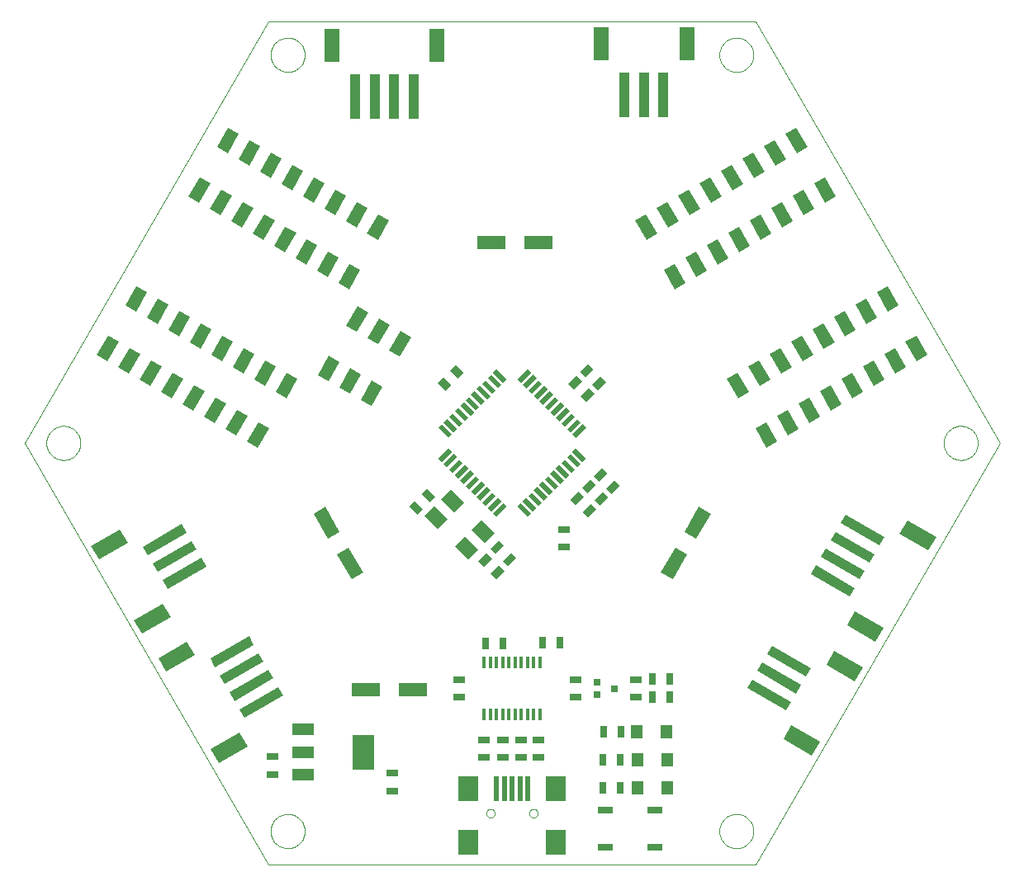
<source format=gtp>
G75*
%MOIN*%
%OFA0B0*%
%FSLAX24Y24*%
%IPPOS*%
%LPD*%
%AMOC8*
5,1,8,0,0,1.08239X$1,22.5*
%
%ADD10C,0.0000*%
%ADD11R,0.0394X0.1811*%
%ADD12R,0.0630X0.1339*%
%ADD13R,0.1339X0.0630*%
%ADD14R,0.1181X0.0551*%
%ADD15R,0.0315X0.0472*%
%ADD16R,0.0748X0.0551*%
%ADD17R,0.0906X0.0500*%
%ADD18R,0.0600X0.0300*%
%ADD19R,0.0472X0.0315*%
%ADD20R,0.0197X0.0984*%
%ADD21R,0.0787X0.0984*%
%ADD22R,0.0150X0.0450*%
%ADD23R,0.0276X0.0276*%
%ADD24R,0.0472X0.0551*%
%ADD25R,0.0200X0.0580*%
%ADD26R,0.0880X0.0480*%
%ADD27R,0.0866X0.1417*%
D10*
X009993Y000744D02*
X000150Y017792D01*
X009993Y034839D01*
X029678Y034839D01*
X039520Y017792D01*
X029678Y000744D01*
X009993Y000744D01*
X010091Y002108D02*
X010093Y002160D01*
X010099Y002212D01*
X010109Y002263D01*
X010122Y002313D01*
X010140Y002363D01*
X010161Y002410D01*
X010185Y002456D01*
X010214Y002500D01*
X010245Y002542D01*
X010279Y002581D01*
X010316Y002618D01*
X010356Y002651D01*
X010399Y002682D01*
X010443Y002709D01*
X010489Y002733D01*
X010538Y002753D01*
X010587Y002769D01*
X010638Y002782D01*
X010689Y002791D01*
X010741Y002796D01*
X010793Y002797D01*
X010845Y002794D01*
X010897Y002787D01*
X010948Y002776D01*
X010998Y002762D01*
X011047Y002743D01*
X011094Y002721D01*
X011139Y002696D01*
X011183Y002667D01*
X011224Y002635D01*
X011263Y002600D01*
X011298Y002562D01*
X011331Y002521D01*
X011361Y002479D01*
X011387Y002434D01*
X011410Y002387D01*
X011429Y002338D01*
X011445Y002288D01*
X011457Y002238D01*
X011465Y002186D01*
X011469Y002134D01*
X011469Y002082D01*
X011465Y002030D01*
X011457Y001978D01*
X011445Y001928D01*
X011429Y001878D01*
X011410Y001829D01*
X011387Y001782D01*
X011361Y001737D01*
X011331Y001695D01*
X011298Y001654D01*
X011263Y001616D01*
X011224Y001581D01*
X011183Y001549D01*
X011139Y001520D01*
X011094Y001495D01*
X011047Y001473D01*
X010998Y001454D01*
X010948Y001440D01*
X010897Y001429D01*
X010845Y001422D01*
X010793Y001419D01*
X010741Y001420D01*
X010689Y001425D01*
X010638Y001434D01*
X010587Y001447D01*
X010538Y001463D01*
X010489Y001483D01*
X010443Y001507D01*
X010399Y001534D01*
X010356Y001565D01*
X010316Y001598D01*
X010279Y001635D01*
X010245Y001674D01*
X010214Y001716D01*
X010185Y001760D01*
X010161Y001806D01*
X010140Y001853D01*
X010122Y001903D01*
X010109Y001953D01*
X010099Y002004D01*
X010093Y002056D01*
X010091Y002108D01*
X018792Y002831D02*
X018794Y002857D01*
X018800Y002883D01*
X018810Y002908D01*
X018823Y002931D01*
X018839Y002951D01*
X018859Y002969D01*
X018881Y002984D01*
X018904Y002996D01*
X018930Y003004D01*
X018956Y003008D01*
X018982Y003008D01*
X019008Y003004D01*
X019034Y002996D01*
X019058Y002984D01*
X019079Y002969D01*
X019099Y002951D01*
X019115Y002931D01*
X019128Y002908D01*
X019138Y002883D01*
X019144Y002857D01*
X019146Y002831D01*
X019144Y002805D01*
X019138Y002779D01*
X019128Y002754D01*
X019115Y002731D01*
X019099Y002711D01*
X019079Y002693D01*
X019057Y002678D01*
X019034Y002666D01*
X019008Y002658D01*
X018982Y002654D01*
X018956Y002654D01*
X018930Y002658D01*
X018904Y002666D01*
X018880Y002678D01*
X018859Y002693D01*
X018839Y002711D01*
X018823Y002731D01*
X018810Y002754D01*
X018800Y002779D01*
X018794Y002805D01*
X018792Y002831D01*
X020524Y002831D02*
X020526Y002857D01*
X020532Y002883D01*
X020542Y002908D01*
X020555Y002931D01*
X020571Y002951D01*
X020591Y002969D01*
X020613Y002984D01*
X020636Y002996D01*
X020662Y003004D01*
X020688Y003008D01*
X020714Y003008D01*
X020740Y003004D01*
X020766Y002996D01*
X020790Y002984D01*
X020811Y002969D01*
X020831Y002951D01*
X020847Y002931D01*
X020860Y002908D01*
X020870Y002883D01*
X020876Y002857D01*
X020878Y002831D01*
X020876Y002805D01*
X020870Y002779D01*
X020860Y002754D01*
X020847Y002731D01*
X020831Y002711D01*
X020811Y002693D01*
X020789Y002678D01*
X020766Y002666D01*
X020740Y002658D01*
X020714Y002654D01*
X020688Y002654D01*
X020662Y002658D01*
X020636Y002666D01*
X020612Y002678D01*
X020591Y002693D01*
X020571Y002711D01*
X020555Y002731D01*
X020542Y002754D01*
X020532Y002779D01*
X020526Y002805D01*
X020524Y002831D01*
X028201Y002108D02*
X028203Y002160D01*
X028209Y002212D01*
X028219Y002263D01*
X028232Y002313D01*
X028250Y002363D01*
X028271Y002410D01*
X028295Y002456D01*
X028324Y002500D01*
X028355Y002542D01*
X028389Y002581D01*
X028426Y002618D01*
X028466Y002651D01*
X028509Y002682D01*
X028553Y002709D01*
X028599Y002733D01*
X028648Y002753D01*
X028697Y002769D01*
X028748Y002782D01*
X028799Y002791D01*
X028851Y002796D01*
X028903Y002797D01*
X028955Y002794D01*
X029007Y002787D01*
X029058Y002776D01*
X029108Y002762D01*
X029157Y002743D01*
X029204Y002721D01*
X029249Y002696D01*
X029293Y002667D01*
X029334Y002635D01*
X029373Y002600D01*
X029408Y002562D01*
X029441Y002521D01*
X029471Y002479D01*
X029497Y002434D01*
X029520Y002387D01*
X029539Y002338D01*
X029555Y002288D01*
X029567Y002238D01*
X029575Y002186D01*
X029579Y002134D01*
X029579Y002082D01*
X029575Y002030D01*
X029567Y001978D01*
X029555Y001928D01*
X029539Y001878D01*
X029520Y001829D01*
X029497Y001782D01*
X029471Y001737D01*
X029441Y001695D01*
X029408Y001654D01*
X029373Y001616D01*
X029334Y001581D01*
X029293Y001549D01*
X029249Y001520D01*
X029204Y001495D01*
X029157Y001473D01*
X029108Y001454D01*
X029058Y001440D01*
X029007Y001429D01*
X028955Y001422D01*
X028903Y001419D01*
X028851Y001420D01*
X028799Y001425D01*
X028748Y001434D01*
X028697Y001447D01*
X028648Y001463D01*
X028599Y001483D01*
X028553Y001507D01*
X028509Y001534D01*
X028466Y001565D01*
X028426Y001598D01*
X028389Y001635D01*
X028355Y001674D01*
X028324Y001716D01*
X028295Y001760D01*
X028271Y001806D01*
X028250Y001853D01*
X028232Y001903D01*
X028219Y001953D01*
X028209Y002004D01*
X028203Y002056D01*
X028201Y002108D01*
X037256Y017792D02*
X037258Y017844D01*
X037264Y017896D01*
X037274Y017947D01*
X037287Y017997D01*
X037305Y018047D01*
X037326Y018094D01*
X037350Y018140D01*
X037379Y018184D01*
X037410Y018226D01*
X037444Y018265D01*
X037481Y018302D01*
X037521Y018335D01*
X037564Y018366D01*
X037608Y018393D01*
X037654Y018417D01*
X037703Y018437D01*
X037752Y018453D01*
X037803Y018466D01*
X037854Y018475D01*
X037906Y018480D01*
X037958Y018481D01*
X038010Y018478D01*
X038062Y018471D01*
X038113Y018460D01*
X038163Y018446D01*
X038212Y018427D01*
X038259Y018405D01*
X038304Y018380D01*
X038348Y018351D01*
X038389Y018319D01*
X038428Y018284D01*
X038463Y018246D01*
X038496Y018205D01*
X038526Y018163D01*
X038552Y018118D01*
X038575Y018071D01*
X038594Y018022D01*
X038610Y017972D01*
X038622Y017922D01*
X038630Y017870D01*
X038634Y017818D01*
X038634Y017766D01*
X038630Y017714D01*
X038622Y017662D01*
X038610Y017612D01*
X038594Y017562D01*
X038575Y017513D01*
X038552Y017466D01*
X038526Y017421D01*
X038496Y017379D01*
X038463Y017338D01*
X038428Y017300D01*
X038389Y017265D01*
X038348Y017233D01*
X038304Y017204D01*
X038259Y017179D01*
X038212Y017157D01*
X038163Y017138D01*
X038113Y017124D01*
X038062Y017113D01*
X038010Y017106D01*
X037958Y017103D01*
X037906Y017104D01*
X037854Y017109D01*
X037803Y017118D01*
X037752Y017131D01*
X037703Y017147D01*
X037654Y017167D01*
X037608Y017191D01*
X037564Y017218D01*
X037521Y017249D01*
X037481Y017282D01*
X037444Y017319D01*
X037410Y017358D01*
X037379Y017400D01*
X037350Y017444D01*
X037326Y017490D01*
X037305Y017537D01*
X037287Y017587D01*
X037274Y017637D01*
X037264Y017688D01*
X037258Y017740D01*
X037256Y017792D01*
X028201Y033476D02*
X028203Y033528D01*
X028209Y033580D01*
X028219Y033631D01*
X028232Y033681D01*
X028250Y033731D01*
X028271Y033778D01*
X028295Y033824D01*
X028324Y033868D01*
X028355Y033910D01*
X028389Y033949D01*
X028426Y033986D01*
X028466Y034019D01*
X028509Y034050D01*
X028553Y034077D01*
X028599Y034101D01*
X028648Y034121D01*
X028697Y034137D01*
X028748Y034150D01*
X028799Y034159D01*
X028851Y034164D01*
X028903Y034165D01*
X028955Y034162D01*
X029007Y034155D01*
X029058Y034144D01*
X029108Y034130D01*
X029157Y034111D01*
X029204Y034089D01*
X029249Y034064D01*
X029293Y034035D01*
X029334Y034003D01*
X029373Y033968D01*
X029408Y033930D01*
X029441Y033889D01*
X029471Y033847D01*
X029497Y033802D01*
X029520Y033755D01*
X029539Y033706D01*
X029555Y033656D01*
X029567Y033606D01*
X029575Y033554D01*
X029579Y033502D01*
X029579Y033450D01*
X029575Y033398D01*
X029567Y033346D01*
X029555Y033296D01*
X029539Y033246D01*
X029520Y033197D01*
X029497Y033150D01*
X029471Y033105D01*
X029441Y033063D01*
X029408Y033022D01*
X029373Y032984D01*
X029334Y032949D01*
X029293Y032917D01*
X029249Y032888D01*
X029204Y032863D01*
X029157Y032841D01*
X029108Y032822D01*
X029058Y032808D01*
X029007Y032797D01*
X028955Y032790D01*
X028903Y032787D01*
X028851Y032788D01*
X028799Y032793D01*
X028748Y032802D01*
X028697Y032815D01*
X028648Y032831D01*
X028599Y032851D01*
X028553Y032875D01*
X028509Y032902D01*
X028466Y032933D01*
X028426Y032966D01*
X028389Y033003D01*
X028355Y033042D01*
X028324Y033084D01*
X028295Y033128D01*
X028271Y033174D01*
X028250Y033221D01*
X028232Y033271D01*
X028219Y033321D01*
X028209Y033372D01*
X028203Y033424D01*
X028201Y033476D01*
X010091Y033476D02*
X010093Y033528D01*
X010099Y033580D01*
X010109Y033631D01*
X010122Y033681D01*
X010140Y033731D01*
X010161Y033778D01*
X010185Y033824D01*
X010214Y033868D01*
X010245Y033910D01*
X010279Y033949D01*
X010316Y033986D01*
X010356Y034019D01*
X010399Y034050D01*
X010443Y034077D01*
X010489Y034101D01*
X010538Y034121D01*
X010587Y034137D01*
X010638Y034150D01*
X010689Y034159D01*
X010741Y034164D01*
X010793Y034165D01*
X010845Y034162D01*
X010897Y034155D01*
X010948Y034144D01*
X010998Y034130D01*
X011047Y034111D01*
X011094Y034089D01*
X011139Y034064D01*
X011183Y034035D01*
X011224Y034003D01*
X011263Y033968D01*
X011298Y033930D01*
X011331Y033889D01*
X011361Y033847D01*
X011387Y033802D01*
X011410Y033755D01*
X011429Y033706D01*
X011445Y033656D01*
X011457Y033606D01*
X011465Y033554D01*
X011469Y033502D01*
X011469Y033450D01*
X011465Y033398D01*
X011457Y033346D01*
X011445Y033296D01*
X011429Y033246D01*
X011410Y033197D01*
X011387Y033150D01*
X011361Y033105D01*
X011331Y033063D01*
X011298Y033022D01*
X011263Y032984D01*
X011224Y032949D01*
X011183Y032917D01*
X011139Y032888D01*
X011094Y032863D01*
X011047Y032841D01*
X010998Y032822D01*
X010948Y032808D01*
X010897Y032797D01*
X010845Y032790D01*
X010793Y032787D01*
X010741Y032788D01*
X010689Y032793D01*
X010638Y032802D01*
X010587Y032815D01*
X010538Y032831D01*
X010489Y032851D01*
X010443Y032875D01*
X010399Y032902D01*
X010356Y032933D01*
X010316Y032966D01*
X010279Y033003D01*
X010245Y033042D01*
X010214Y033084D01*
X010185Y033128D01*
X010161Y033174D01*
X010140Y033221D01*
X010122Y033271D01*
X010109Y033321D01*
X010099Y033372D01*
X010093Y033424D01*
X010091Y033476D01*
X001036Y017792D02*
X001038Y017844D01*
X001044Y017896D01*
X001054Y017947D01*
X001067Y017997D01*
X001085Y018047D01*
X001106Y018094D01*
X001130Y018140D01*
X001159Y018184D01*
X001190Y018226D01*
X001224Y018265D01*
X001261Y018302D01*
X001301Y018335D01*
X001344Y018366D01*
X001388Y018393D01*
X001434Y018417D01*
X001483Y018437D01*
X001532Y018453D01*
X001583Y018466D01*
X001634Y018475D01*
X001686Y018480D01*
X001738Y018481D01*
X001790Y018478D01*
X001842Y018471D01*
X001893Y018460D01*
X001943Y018446D01*
X001992Y018427D01*
X002039Y018405D01*
X002084Y018380D01*
X002128Y018351D01*
X002169Y018319D01*
X002208Y018284D01*
X002243Y018246D01*
X002276Y018205D01*
X002306Y018163D01*
X002332Y018118D01*
X002355Y018071D01*
X002374Y018022D01*
X002390Y017972D01*
X002402Y017922D01*
X002410Y017870D01*
X002414Y017818D01*
X002414Y017766D01*
X002410Y017714D01*
X002402Y017662D01*
X002390Y017612D01*
X002374Y017562D01*
X002355Y017513D01*
X002332Y017466D01*
X002306Y017421D01*
X002276Y017379D01*
X002243Y017338D01*
X002208Y017300D01*
X002169Y017265D01*
X002128Y017233D01*
X002084Y017204D01*
X002039Y017179D01*
X001992Y017157D01*
X001943Y017138D01*
X001893Y017124D01*
X001842Y017113D01*
X001790Y017106D01*
X001738Y017103D01*
X001686Y017104D01*
X001634Y017109D01*
X001583Y017118D01*
X001532Y017131D01*
X001483Y017147D01*
X001434Y017167D01*
X001388Y017191D01*
X001344Y017218D01*
X001301Y017249D01*
X001261Y017282D01*
X001224Y017319D01*
X001190Y017358D01*
X001159Y017400D01*
X001130Y017444D01*
X001106Y017490D01*
X001085Y017537D01*
X001067Y017587D01*
X001054Y017637D01*
X001044Y017688D01*
X001038Y017740D01*
X001036Y017792D01*
D11*
G36*
X006512Y014511D02*
X006709Y014169D01*
X005142Y013265D01*
X004945Y013607D01*
X006512Y014511D01*
G37*
G36*
X006906Y013830D02*
X007103Y013488D01*
X005536Y012584D01*
X005339Y012926D01*
X006906Y013830D01*
G37*
G36*
X007299Y013148D02*
X007496Y012806D01*
X005929Y011902D01*
X005732Y012244D01*
X007299Y013148D01*
G37*
G36*
X009217Y009982D02*
X009414Y009640D01*
X007847Y008736D01*
X007650Y009078D01*
X009217Y009982D01*
G37*
G36*
X009611Y009301D02*
X009808Y008959D01*
X008241Y008055D01*
X008044Y008397D01*
X009611Y009301D01*
G37*
G36*
X010005Y008619D02*
X010202Y008277D01*
X008635Y007373D01*
X008438Y007715D01*
X010005Y008619D01*
G37*
G36*
X010399Y007937D02*
X010596Y007595D01*
X009029Y006691D01*
X008832Y007033D01*
X010399Y007937D01*
G37*
G36*
X029338Y007893D02*
X029535Y008235D01*
X031102Y007331D01*
X030905Y006989D01*
X029338Y007893D01*
G37*
G36*
X029731Y008575D02*
X029928Y008917D01*
X031495Y008013D01*
X031298Y007671D01*
X029731Y008575D01*
G37*
G36*
X030125Y009257D02*
X030322Y009599D01*
X031889Y008695D01*
X031692Y008353D01*
X030125Y009257D01*
G37*
G36*
X031907Y012501D02*
X032104Y012843D01*
X033671Y011939D01*
X033474Y011597D01*
X031907Y012501D01*
G37*
G36*
X032301Y013183D02*
X032498Y013525D01*
X034065Y012621D01*
X033868Y012279D01*
X032301Y013183D01*
G37*
G36*
X032694Y013864D02*
X032891Y014206D01*
X034458Y013302D01*
X034261Y012960D01*
X032694Y013864D01*
G37*
G36*
X033088Y014546D02*
X033285Y014888D01*
X034852Y013984D01*
X034655Y013642D01*
X033088Y014546D01*
G37*
X015859Y031796D03*
X015071Y031796D03*
X014284Y031796D03*
X013496Y031796D03*
X024367Y031874D03*
X025154Y031874D03*
X025941Y031874D03*
D12*
X026886Y033922D03*
X023422Y033922D03*
X016804Y033843D03*
X012552Y033843D03*
D13*
G36*
X007677Y005411D02*
X008834Y006079D01*
X009149Y005533D01*
X007992Y004865D01*
X007677Y005411D01*
G37*
G36*
X005551Y009093D02*
X006708Y009761D01*
X007023Y009215D01*
X005866Y008547D01*
X005551Y009093D01*
G37*
G36*
X004578Y010622D02*
X005735Y011290D01*
X006050Y010744D01*
X004893Y010076D01*
X004578Y010622D01*
G37*
G36*
X002845Y013622D02*
X004002Y014290D01*
X004317Y013744D01*
X003160Y013076D01*
X002845Y013622D01*
G37*
G36*
X031941Y005163D02*
X030784Y005831D01*
X031099Y006377D01*
X032256Y005709D01*
X031941Y005163D01*
G37*
G36*
X033673Y008163D02*
X032516Y008831D01*
X032831Y009377D01*
X033988Y008709D01*
X033673Y008163D01*
G37*
G36*
X034510Y009771D02*
X033353Y010439D01*
X033668Y010985D01*
X034825Y010317D01*
X034510Y009771D01*
G37*
G36*
X036636Y013453D02*
X035479Y014121D01*
X035794Y014667D01*
X036951Y013999D01*
X036636Y013453D01*
G37*
D14*
G36*
X027854Y014934D02*
X027265Y013913D01*
X026788Y014188D01*
X027377Y015209D01*
X027854Y014934D01*
G37*
G36*
X026909Y013297D02*
X026320Y012276D01*
X025843Y012551D01*
X026432Y013572D01*
X026909Y013297D01*
G37*
X015819Y007831D03*
X013930Y007831D03*
G36*
X013350Y012276D02*
X012761Y013297D01*
X013238Y013572D01*
X013827Y012551D01*
X013350Y012276D01*
G37*
G36*
X012405Y013913D02*
X011816Y014934D01*
X012293Y015209D01*
X012882Y014188D01*
X012405Y013913D01*
G37*
X019008Y025891D03*
X020898Y025891D03*
D15*
G36*
X022797Y020442D02*
X022575Y020664D01*
X022907Y020996D01*
X023129Y020774D01*
X022797Y020442D01*
G37*
G36*
X022325Y019970D02*
X022103Y020192D01*
X022435Y020524D01*
X022657Y020302D01*
X022325Y019970D01*
G37*
G36*
X022826Y019469D02*
X022604Y019691D01*
X022936Y020023D01*
X023158Y019801D01*
X022826Y019469D01*
G37*
G36*
X023298Y019941D02*
X023076Y020163D01*
X023408Y020495D01*
X023630Y020273D01*
X023298Y019941D01*
G37*
G36*
X023348Y016230D02*
X023126Y016452D01*
X023458Y016784D01*
X023680Y016562D01*
X023348Y016230D01*
G37*
G36*
X022876Y015757D02*
X022654Y015979D01*
X022986Y016311D01*
X023208Y016089D01*
X022876Y015757D01*
G37*
G36*
X022514Y015839D02*
X022736Y015617D01*
X022404Y015285D01*
X022182Y015507D01*
X022514Y015839D01*
G37*
G36*
X023015Y015338D02*
X023237Y015116D01*
X022905Y014784D01*
X022683Y015006D01*
X023015Y015338D01*
G37*
G36*
X023377Y015256D02*
X023155Y015478D01*
X023487Y015810D01*
X023709Y015588D01*
X023377Y015256D01*
G37*
G36*
X023849Y015729D02*
X023627Y015951D01*
X023959Y016283D01*
X024181Y016061D01*
X023849Y015729D01*
G37*
G36*
X019676Y012815D02*
X019454Y013037D01*
X019786Y013369D01*
X020008Y013147D01*
X019676Y012815D01*
G37*
G36*
X019204Y012304D02*
X018982Y012526D01*
X019314Y012858D01*
X019536Y012636D01*
X019204Y012304D01*
G37*
G36*
X018703Y012805D02*
X018481Y013027D01*
X018813Y013359D01*
X019035Y013137D01*
X018703Y012805D01*
G37*
G36*
X019175Y013316D02*
X018953Y013538D01*
X019285Y013870D01*
X019507Y013648D01*
X019175Y013316D01*
G37*
G36*
X016741Y015625D02*
X016519Y015403D01*
X016187Y015735D01*
X016409Y015957D01*
X016741Y015625D01*
G37*
G36*
X016239Y015124D02*
X016017Y014902D01*
X015685Y015234D01*
X015907Y015456D01*
X016239Y015124D01*
G37*
G36*
X016827Y020234D02*
X017049Y020456D01*
X017381Y020124D01*
X017159Y019902D01*
X016827Y020234D01*
G37*
G36*
X017328Y020735D02*
X017550Y020957D01*
X017882Y020625D01*
X017660Y020403D01*
X017328Y020735D01*
G37*
X018772Y009681D03*
X019481Y009681D03*
X021056Y009721D03*
X021764Y009721D03*
X023536Y006138D03*
X024244Y006138D03*
X024205Y004996D03*
X023496Y004996D03*
X023496Y003855D03*
X024205Y003855D03*
X025504Y007530D03*
X026213Y007530D03*
X026213Y008264D03*
X025504Y008264D03*
D16*
G36*
X018730Y013771D02*
X018202Y014299D01*
X018590Y014687D01*
X019118Y014159D01*
X018730Y013771D01*
G37*
G36*
X018062Y013103D02*
X017534Y013631D01*
X017922Y014019D01*
X018450Y013491D01*
X018062Y013103D01*
G37*
G36*
X016837Y014328D02*
X016309Y014856D01*
X016697Y015244D01*
X017225Y014716D01*
X016837Y014328D01*
G37*
G36*
X017505Y014996D02*
X016977Y015524D01*
X017365Y015912D01*
X017893Y015384D01*
X017505Y014996D01*
G37*
D17*
G36*
X014604Y020064D02*
X014152Y019280D01*
X013718Y019530D01*
X014170Y020314D01*
X014604Y020064D01*
G37*
G36*
X013738Y020564D02*
X013286Y019780D01*
X012852Y020030D01*
X013304Y020814D01*
X013738Y020564D01*
G37*
G36*
X012872Y021064D02*
X012420Y020280D01*
X011986Y020530D01*
X012438Y021314D01*
X012872Y021064D01*
G37*
G36*
X014892Y022562D02*
X014440Y021778D01*
X014006Y022028D01*
X014458Y022812D01*
X014892Y022562D01*
G37*
G36*
X015758Y022062D02*
X015306Y021278D01*
X014872Y021528D01*
X015324Y022312D01*
X015758Y022062D01*
G37*
G36*
X014026Y023062D02*
X013574Y022278D01*
X013140Y022528D01*
X013592Y023312D01*
X014026Y023062D01*
G37*
G36*
X013714Y024785D02*
X013262Y024001D01*
X012828Y024251D01*
X013280Y025035D01*
X013714Y024785D01*
G37*
G36*
X012848Y025285D02*
X012396Y024501D01*
X011962Y024751D01*
X012414Y025535D01*
X012848Y025285D01*
G37*
G36*
X011982Y025785D02*
X011530Y025001D01*
X011096Y025251D01*
X011548Y026035D01*
X011982Y025785D01*
G37*
G36*
X011116Y026285D02*
X010664Y025501D01*
X010230Y025751D01*
X010682Y026535D01*
X011116Y026285D01*
G37*
G36*
X010250Y026785D02*
X009798Y026001D01*
X009364Y026251D01*
X009816Y027035D01*
X010250Y026785D01*
G37*
G36*
X009384Y027285D02*
X008932Y026501D01*
X008498Y026751D01*
X008950Y027535D01*
X009384Y027285D01*
G37*
G36*
X008518Y027785D02*
X008066Y027001D01*
X007632Y027251D01*
X008084Y028035D01*
X008518Y027785D01*
G37*
G36*
X007652Y028285D02*
X007200Y027501D01*
X006766Y027751D01*
X007218Y028535D01*
X007652Y028285D01*
G37*
G36*
X009672Y029783D02*
X009220Y028999D01*
X008786Y029249D01*
X009238Y030033D01*
X009672Y029783D01*
G37*
G36*
X010538Y029283D02*
X010086Y028499D01*
X009652Y028749D01*
X010104Y029533D01*
X010538Y029283D01*
G37*
G36*
X011404Y028783D02*
X010952Y027999D01*
X010518Y028249D01*
X010970Y029033D01*
X011404Y028783D01*
G37*
G36*
X012270Y028283D02*
X011818Y027499D01*
X011384Y027749D01*
X011836Y028533D01*
X012270Y028283D01*
G37*
G36*
X013136Y027783D02*
X012684Y026999D01*
X012250Y027249D01*
X012702Y028033D01*
X013136Y027783D01*
G37*
G36*
X014002Y027283D02*
X013550Y026499D01*
X013116Y026749D01*
X013568Y027533D01*
X014002Y027283D01*
G37*
G36*
X014868Y026783D02*
X014416Y025999D01*
X013982Y026249D01*
X014434Y027033D01*
X014868Y026783D01*
G37*
G36*
X008806Y030283D02*
X008354Y029499D01*
X007920Y029749D01*
X008372Y030533D01*
X008806Y030283D01*
G37*
G36*
X005109Y023880D02*
X004657Y023096D01*
X004223Y023346D01*
X004675Y024130D01*
X005109Y023880D01*
G37*
G36*
X005975Y023380D02*
X005523Y022596D01*
X005089Y022846D01*
X005541Y023630D01*
X005975Y023380D01*
G37*
G36*
X006841Y022880D02*
X006389Y022096D01*
X005955Y022346D01*
X006407Y023130D01*
X006841Y022880D01*
G37*
G36*
X007707Y022380D02*
X007255Y021596D01*
X006821Y021846D01*
X007273Y022630D01*
X007707Y022380D01*
G37*
G36*
X008573Y021880D02*
X008121Y021096D01*
X007687Y021346D01*
X008139Y022130D01*
X008573Y021880D01*
G37*
G36*
X009439Y021380D02*
X008987Y020596D01*
X008553Y020846D01*
X009005Y021630D01*
X009439Y021380D01*
G37*
G36*
X010305Y020880D02*
X009853Y020096D01*
X009419Y020346D01*
X009871Y021130D01*
X010305Y020880D01*
G37*
G36*
X011171Y020380D02*
X010719Y019596D01*
X010285Y019846D01*
X010737Y020630D01*
X011171Y020380D01*
G37*
G36*
X010017Y018382D02*
X009565Y017598D01*
X009131Y017848D01*
X009583Y018632D01*
X010017Y018382D01*
G37*
G36*
X009151Y018882D02*
X008699Y018098D01*
X008265Y018348D01*
X008717Y019132D01*
X009151Y018882D01*
G37*
G36*
X008285Y019382D02*
X007833Y018598D01*
X007399Y018848D01*
X007851Y019632D01*
X008285Y019382D01*
G37*
G36*
X007419Y019882D02*
X006967Y019098D01*
X006533Y019348D01*
X006985Y020132D01*
X007419Y019882D01*
G37*
G36*
X006553Y020382D02*
X006101Y019598D01*
X005667Y019848D01*
X006119Y020632D01*
X006553Y020382D01*
G37*
G36*
X005687Y020882D02*
X005235Y020098D01*
X004801Y020348D01*
X005253Y021132D01*
X005687Y020882D01*
G37*
G36*
X004821Y021382D02*
X004369Y020598D01*
X003935Y020848D01*
X004387Y021632D01*
X004821Y021382D01*
G37*
G36*
X003955Y021882D02*
X003503Y021098D01*
X003069Y021348D01*
X003521Y022132D01*
X003955Y021882D01*
G37*
G36*
X025254Y025999D02*
X024802Y026783D01*
X025236Y027033D01*
X025688Y026249D01*
X025254Y025999D01*
G37*
G36*
X026120Y026499D02*
X025668Y027283D01*
X026102Y027533D01*
X026554Y026749D01*
X026120Y026499D01*
G37*
G36*
X026986Y026999D02*
X026534Y027783D01*
X026968Y028033D01*
X027420Y027249D01*
X026986Y026999D01*
G37*
G36*
X027852Y027499D02*
X027400Y028283D01*
X027834Y028533D01*
X028286Y027749D01*
X027852Y027499D01*
G37*
G36*
X028718Y027999D02*
X028266Y028783D01*
X028700Y029033D01*
X029152Y028249D01*
X028718Y027999D01*
G37*
G36*
X029584Y028499D02*
X029132Y029283D01*
X029566Y029533D01*
X030018Y028749D01*
X029584Y028499D01*
G37*
G36*
X030450Y028999D02*
X029998Y029783D01*
X030432Y030033D01*
X030884Y029249D01*
X030450Y028999D01*
G37*
G36*
X031316Y029499D02*
X030864Y030283D01*
X031298Y030533D01*
X031750Y029749D01*
X031316Y029499D01*
G37*
G36*
X032470Y027501D02*
X032018Y028285D01*
X032452Y028535D01*
X032904Y027751D01*
X032470Y027501D01*
G37*
G36*
X031604Y027001D02*
X031152Y027785D01*
X031586Y028035D01*
X032038Y027251D01*
X031604Y027001D01*
G37*
G36*
X030738Y026501D02*
X030286Y027285D01*
X030720Y027535D01*
X031172Y026751D01*
X030738Y026501D01*
G37*
G36*
X029872Y026001D02*
X029420Y026785D01*
X029854Y027035D01*
X030306Y026251D01*
X029872Y026001D01*
G37*
G36*
X029006Y025501D02*
X028554Y026285D01*
X028988Y026535D01*
X029440Y025751D01*
X029006Y025501D01*
G37*
G36*
X028140Y025001D02*
X027688Y025785D01*
X028122Y026035D01*
X028574Y025251D01*
X028140Y025001D01*
G37*
G36*
X027274Y024501D02*
X026822Y025285D01*
X027256Y025535D01*
X027708Y024751D01*
X027274Y024501D01*
G37*
G36*
X026408Y024001D02*
X025956Y024785D01*
X026390Y025035D01*
X026842Y024251D01*
X026408Y024001D01*
G37*
G36*
X029817Y020096D02*
X029365Y020880D01*
X029799Y021130D01*
X030251Y020346D01*
X029817Y020096D01*
G37*
G36*
X028951Y019596D02*
X028499Y020380D01*
X028933Y020630D01*
X029385Y019846D01*
X028951Y019596D01*
G37*
G36*
X030105Y017598D02*
X029653Y018382D01*
X030087Y018632D01*
X030539Y017848D01*
X030105Y017598D01*
G37*
G36*
X030971Y018098D02*
X030519Y018882D01*
X030953Y019132D01*
X031405Y018348D01*
X030971Y018098D01*
G37*
G36*
X031837Y018598D02*
X031385Y019382D01*
X031819Y019632D01*
X032271Y018848D01*
X031837Y018598D01*
G37*
G36*
X032703Y019098D02*
X032251Y019882D01*
X032685Y020132D01*
X033137Y019348D01*
X032703Y019098D01*
G37*
G36*
X033569Y019598D02*
X033117Y020382D01*
X033551Y020632D01*
X034003Y019848D01*
X033569Y019598D01*
G37*
G36*
X034435Y020098D02*
X033983Y020882D01*
X034417Y021132D01*
X034869Y020348D01*
X034435Y020098D01*
G37*
G36*
X035301Y020598D02*
X034849Y021382D01*
X035283Y021632D01*
X035735Y020848D01*
X035301Y020598D01*
G37*
G36*
X036167Y021098D02*
X035715Y021882D01*
X036149Y022132D01*
X036601Y021348D01*
X036167Y021098D01*
G37*
G36*
X034147Y022596D02*
X033695Y023380D01*
X034129Y023630D01*
X034581Y022846D01*
X034147Y022596D01*
G37*
G36*
X033281Y022096D02*
X032829Y022880D01*
X033263Y023130D01*
X033715Y022346D01*
X033281Y022096D01*
G37*
G36*
X032415Y021596D02*
X031963Y022380D01*
X032397Y022630D01*
X032849Y021846D01*
X032415Y021596D01*
G37*
G36*
X031549Y021096D02*
X031097Y021880D01*
X031531Y022130D01*
X031983Y021346D01*
X031549Y021096D01*
G37*
G36*
X030683Y020596D02*
X030231Y021380D01*
X030665Y021630D01*
X031117Y020846D01*
X030683Y020596D01*
G37*
G36*
X035013Y023096D02*
X034561Y023880D01*
X034995Y024130D01*
X035447Y023346D01*
X035013Y023096D01*
G37*
D18*
X025599Y002971D03*
X025599Y001471D03*
X023599Y001471D03*
X023599Y002971D03*
D19*
X020898Y005075D03*
X020189Y005075D03*
X019481Y005075D03*
X019481Y005784D03*
X020189Y005784D03*
X020898Y005784D03*
X018693Y005784D03*
X018693Y005075D03*
X017709Y007516D03*
X017709Y008225D03*
X014993Y004445D03*
X014993Y003737D03*
X010150Y004406D03*
X010150Y005115D03*
X021941Y013579D03*
X021941Y014288D03*
X022394Y008225D03*
X022394Y007516D03*
X024835Y007516D03*
X024835Y008225D03*
D20*
X020465Y003815D03*
X020150Y003815D03*
X019835Y003815D03*
X019520Y003815D03*
X019205Y003815D03*
D21*
X018063Y003815D03*
X018063Y001650D03*
X021607Y001650D03*
X021607Y003815D03*
D22*
X020960Y006815D03*
X020710Y006815D03*
X020460Y006815D03*
X020210Y006815D03*
X019960Y006815D03*
X019710Y006815D03*
X019460Y006815D03*
X019210Y006815D03*
X018960Y006815D03*
X018710Y006815D03*
X018710Y008925D03*
X018960Y008925D03*
X019210Y008925D03*
X019460Y008925D03*
X019710Y008925D03*
X019960Y008925D03*
X020210Y008925D03*
X020460Y008925D03*
X020710Y008925D03*
X020960Y008925D03*
D23*
X023250Y008126D03*
X023250Y007615D03*
X023979Y007870D03*
D24*
X024874Y006138D03*
X024914Y004996D03*
X024914Y003855D03*
X026095Y003855D03*
X026095Y004996D03*
X026056Y006138D03*
D25*
G36*
X020048Y015218D02*
X020189Y015359D01*
X020598Y014950D01*
X020457Y014809D01*
X020048Y015218D01*
G37*
G36*
X020267Y015437D02*
X020408Y015578D01*
X020817Y015169D01*
X020676Y015028D01*
X020267Y015437D01*
G37*
G36*
X020493Y015663D02*
X020634Y015804D01*
X021043Y015395D01*
X020902Y015254D01*
X020493Y015663D01*
G37*
G36*
X020713Y015882D02*
X020854Y016023D01*
X021263Y015614D01*
X021122Y015473D01*
X020713Y015882D01*
G37*
G36*
X020939Y016108D02*
X021080Y016249D01*
X021489Y015840D01*
X021348Y015699D01*
X020939Y016108D01*
G37*
G36*
X021158Y016328D02*
X021299Y016469D01*
X021708Y016060D01*
X021567Y015919D01*
X021158Y016328D01*
G37*
G36*
X021377Y016547D02*
X021518Y016688D01*
X021927Y016279D01*
X021786Y016138D01*
X021377Y016547D01*
G37*
G36*
X021604Y016773D02*
X021745Y016914D01*
X022154Y016505D01*
X022013Y016364D01*
X021604Y016773D01*
G37*
G36*
X021823Y016992D02*
X021964Y017133D01*
X022373Y016724D01*
X022232Y016583D01*
X021823Y016992D01*
G37*
G36*
X022049Y017219D02*
X022190Y017360D01*
X022599Y016951D01*
X022458Y016810D01*
X022049Y017219D01*
G37*
G36*
X022268Y017438D02*
X022409Y017579D01*
X022818Y017170D01*
X022677Y017029D01*
X022268Y017438D01*
G37*
G36*
X022409Y018005D02*
X022268Y018146D01*
X022677Y018555D01*
X022818Y018414D01*
X022409Y018005D01*
G37*
G36*
X022190Y018224D02*
X022049Y018365D01*
X022458Y018774D01*
X022599Y018633D01*
X022190Y018224D01*
G37*
G36*
X021964Y018450D02*
X021823Y018591D01*
X022232Y019000D01*
X022373Y018859D01*
X021964Y018450D01*
G37*
G36*
X021745Y018669D02*
X021604Y018810D01*
X022013Y019219D01*
X022154Y019078D01*
X021745Y018669D01*
G37*
G36*
X021518Y018896D02*
X021377Y019037D01*
X021786Y019446D01*
X021927Y019305D01*
X021518Y018896D01*
G37*
G36*
X021299Y019115D02*
X021158Y019256D01*
X021567Y019665D01*
X021708Y019524D01*
X021299Y019115D01*
G37*
G36*
X021080Y019334D02*
X020939Y019475D01*
X021348Y019884D01*
X021489Y019743D01*
X021080Y019334D01*
G37*
G36*
X020854Y019560D02*
X020713Y019701D01*
X021122Y020110D01*
X021263Y019969D01*
X020854Y019560D01*
G37*
G36*
X020634Y019779D02*
X020493Y019920D01*
X020902Y020329D01*
X021043Y020188D01*
X020634Y019779D01*
G37*
G36*
X020408Y020006D02*
X020267Y020147D01*
X020676Y020556D01*
X020817Y020415D01*
X020408Y020006D01*
G37*
G36*
X020189Y020225D02*
X020048Y020366D01*
X020457Y020775D01*
X020598Y020634D01*
X020189Y020225D01*
G37*
G36*
X019072Y020634D02*
X019213Y020775D01*
X019622Y020366D01*
X019481Y020225D01*
X019072Y020634D01*
G37*
G36*
X018853Y020415D02*
X018994Y020556D01*
X019403Y020147D01*
X019262Y020006D01*
X018853Y020415D01*
G37*
G36*
X018627Y020188D02*
X018768Y020329D01*
X019177Y019920D01*
X019036Y019779D01*
X018627Y020188D01*
G37*
G36*
X018407Y019969D02*
X018548Y020110D01*
X018957Y019701D01*
X018816Y019560D01*
X018407Y019969D01*
G37*
G36*
X018181Y019743D02*
X018322Y019884D01*
X018731Y019475D01*
X018590Y019334D01*
X018181Y019743D01*
G37*
G36*
X017962Y019524D02*
X018103Y019665D01*
X018512Y019256D01*
X018371Y019115D01*
X017962Y019524D01*
G37*
G36*
X017743Y019305D02*
X017884Y019446D01*
X018293Y019037D01*
X018152Y018896D01*
X017743Y019305D01*
G37*
G36*
X017516Y019078D02*
X017657Y019219D01*
X018066Y018810D01*
X017925Y018669D01*
X017516Y019078D01*
G37*
G36*
X017297Y018859D02*
X017438Y019000D01*
X017847Y018591D01*
X017706Y018450D01*
X017297Y018859D01*
G37*
G36*
X017071Y018633D02*
X017212Y018774D01*
X017621Y018365D01*
X017480Y018224D01*
X017071Y018633D01*
G37*
G36*
X016852Y018414D02*
X016993Y018555D01*
X017402Y018146D01*
X017261Y018005D01*
X016852Y018414D01*
G37*
G36*
X016993Y017029D02*
X016852Y017170D01*
X017261Y017579D01*
X017402Y017438D01*
X016993Y017029D01*
G37*
G36*
X017212Y016810D02*
X017071Y016951D01*
X017480Y017360D01*
X017621Y017219D01*
X017212Y016810D01*
G37*
G36*
X017438Y016583D02*
X017297Y016724D01*
X017706Y017133D01*
X017847Y016992D01*
X017438Y016583D01*
G37*
G36*
X017657Y016364D02*
X017516Y016505D01*
X017925Y016914D01*
X018066Y016773D01*
X017657Y016364D01*
G37*
G36*
X017884Y016138D02*
X017743Y016279D01*
X018152Y016688D01*
X018293Y016547D01*
X017884Y016138D01*
G37*
G36*
X018103Y015919D02*
X017962Y016060D01*
X018371Y016469D01*
X018512Y016328D01*
X018103Y015919D01*
G37*
G36*
X018322Y015699D02*
X018181Y015840D01*
X018590Y016249D01*
X018731Y016108D01*
X018322Y015699D01*
G37*
G36*
X018548Y015473D02*
X018407Y015614D01*
X018816Y016023D01*
X018957Y015882D01*
X018548Y015473D01*
G37*
G36*
X018768Y015254D02*
X018627Y015395D01*
X019036Y015804D01*
X019177Y015663D01*
X018768Y015254D01*
G37*
G36*
X018994Y015028D02*
X018853Y015169D01*
X019262Y015578D01*
X019403Y015437D01*
X018994Y015028D01*
G37*
G36*
X019213Y014809D02*
X019072Y014950D01*
X019481Y015359D01*
X019622Y015218D01*
X019213Y014809D01*
G37*
D26*
X011400Y006217D03*
X011400Y005307D03*
X011400Y004397D03*
D27*
X013840Y005307D03*
M02*

</source>
